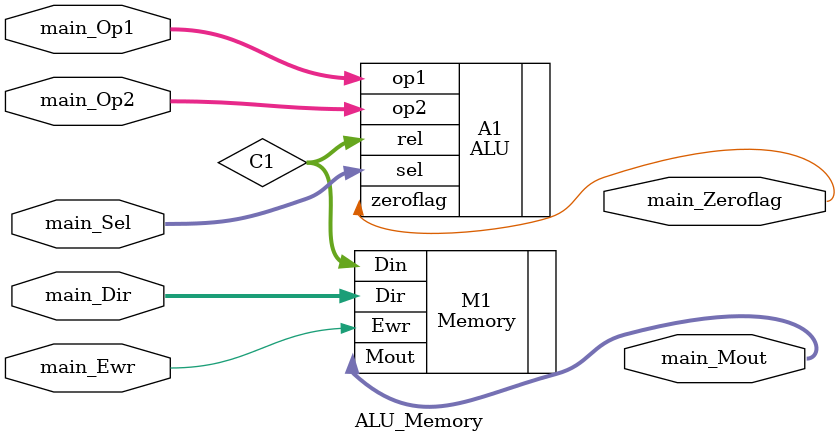
<source format=v>
`timescale 1ns/1ns

module ALU_Memory(
    input main_Ewr,
    input [4:0]main_Dir,
    input [2:0]main_Sel,
    input [31:0]main_Op1,
    input [31:0]main_Op2,
    output [31:0]main_Mout,
    output main_Zeroflag
);

wire [31:0]C1;

ALU A1(
    .op1(main_Op1),
    .op2(main_Op2),
    .sel(main_Sel),
    .rel(C1),
    .zeroflag(main_Zeroflag)
);

Memory M1(
    .Din(C1),
    .Dir(main_Dir),
    .Ewr(main_Ewr),
    .Mout(main_Mout)
);

endmodule
</source>
